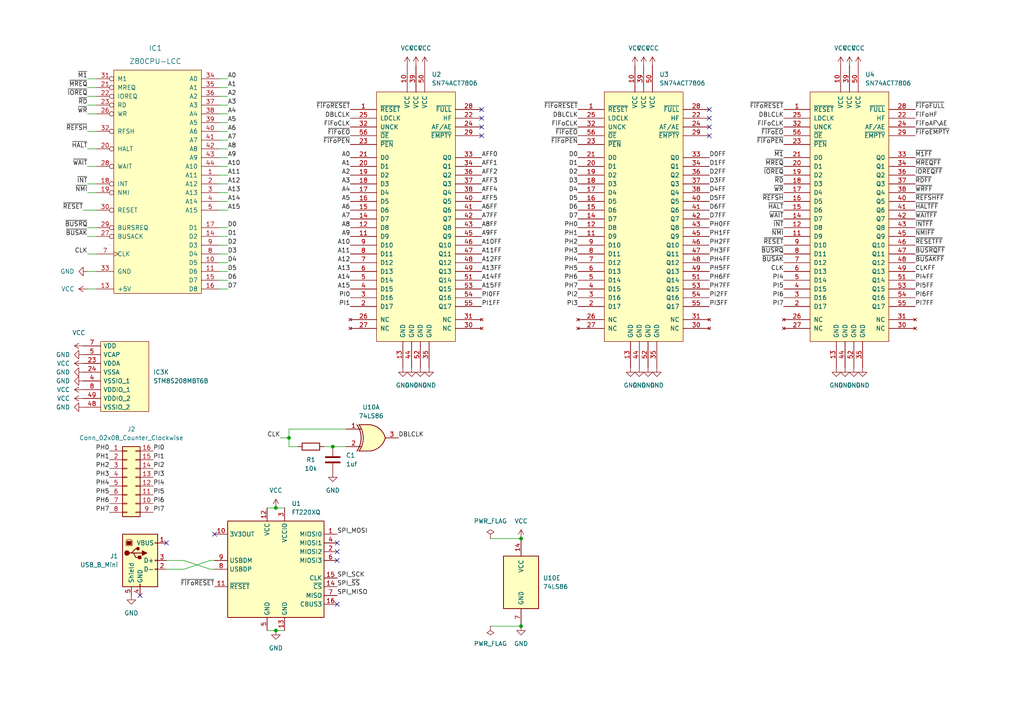
<source format=kicad_sch>
(kicad_sch (version 20211123) (generator eeschema)
  (paper "A4")
  (junction (at 83.82 127))
  (junction (at 96.52 129.54))
  (junction (at 80.01 147.32))
  (junction (at 151.13 181.61))
  (junction (at 151.13 156.21))
  (junction (at 80.01 182.88))
  (no_connect (at 205.74 39.37))
  (no_connect (at 97.79 175.26))
  (no_connect (at 205.74 31.75))
  (no_connect (at 97.79 162.56))
  (no_connect (at 128.27 -10.16))
  (no_connect (at 48.26 157.48))
  (no_connect (at 168.91 -10.16))
  (no_connect (at 320.04 111.76))
  (no_connect (at 97.79 157.48))
  (no_connect (at 168.91 -5.08))
  (no_connect (at 147.32 -5.08))
  (no_connect (at 184.15 -7.62))
  (no_connect (at 162.56 -7.62))
  (no_connect (at 139.7 36.83))
  (no_connect (at 205.74 34.29))
  (no_connect (at 62.23 154.94))
  (no_connect (at 205.74 36.83))
  (no_connect (at 147.32 -10.16))
  (no_connect (at 97.79 160.02))
  (no_connect (at 139.7 39.37))
  (no_connect (at 320.04 114.3))
  (no_connect (at 143.51 -7.62))
  (no_connect (at 139.7 31.75))
  (no_connect (at 40.64 172.72))
  (no_connect (at 139.7 34.29))
  (no_connect (at 128.27 -5.08))
  (wire (pts (xy 401.32 63.5) (xy 398.78 63.5)))
  (wire (pts (xy 27.94 53.34) (xy 25.4 53.34)))
  (wire (pts (xy 436.88 88.9) (xy 439.42 88.9)))
  (wire (pts (xy 436.88 55.88) (xy 439.42 55.88)))
  (wire (pts (xy 63.5 71.12) (xy 66.04 71.12)))
  (wire (pts (xy 436.88 66.04) (xy 439.42 66.04)))
  (wire (pts (xy 436.88 76.2) (xy 439.42 76.2)))
  (wire (pts (xy 53.34 162.56) (xy 48.26 162.56)))
  (wire (pts (xy 27.94 60.96) (xy 24.13 60.96)))
  (wire (pts (xy 63.5 60.96) (xy 66.04 60.96)))
  (wire (pts (xy 436.88 78.74) (xy 439.42 78.74)))
  (wire (pts (xy 80.01 182.88) (xy 82.55 182.88)))
  (wire (pts (xy 436.88 91.44) (xy 439.42 91.44)))
  (wire (pts (xy 63.5 38.1) (xy 66.04 38.1)))
  (wire (pts (xy 27.94 30.48) (xy 25.4 30.48)))
  (wire (pts (xy 82.55 147.32) (xy 80.01 147.32)))
  (wire (pts (xy 63.5 76.2) (xy 66.04 76.2)))
  (wire (pts (xy 436.88 48.26) (xy 439.42 48.26)))
  (wire (pts (xy 401.32 83.82) (xy 398.78 83.82)))
  (wire (pts (xy 401.32 38.1) (xy 398.78 38.1)))
  (wire (pts (xy 25.4 66.04) (xy 27.94 66.04)))
  (wire (pts (xy 63.5 66.04) (xy 66.04 66.04)))
  (wire (pts (xy 96.52 129.54) (xy 93.98 129.54)))
  (wire (pts (xy 436.88 40.64) (xy 439.42 40.64)))
  (wire (pts (xy 83.82 127) (xy 83.82 124.46)))
  (wire (pts (xy 83.82 127) (xy 81.28 127)))
  (wire (pts (xy 27.94 33.02) (xy 25.4 33.02)))
  (wire (pts (xy 63.5 83.82) (xy 66.04 83.82)))
  (wire (pts (xy 60.96 165.1) (xy 53.34 162.56)))
  (wire (pts (xy 436.88 68.58) (xy 439.42 68.58)))
  (wire (pts (xy 63.5 81.28) (xy 66.04 81.28)))
  (wire (pts (xy 63.5 58.42) (xy 66.04 58.42)))
  (wire (pts (xy 63.5 55.88) (xy 66.04 55.88)))
  (wire (pts (xy 401.32 43.18) (xy 398.78 43.18)))
  (wire (pts (xy 62.23 165.1) (xy 60.96 165.1)))
  (wire (pts (xy 401.32 53.34) (xy 398.78 53.34)))
  (wire (pts (xy 63.5 78.74) (xy 66.04 78.74)))
  (wire (pts (xy 436.88 38.1) (xy 439.42 38.1)))
  (wire (pts (xy 436.88 35.56) (xy 439.42 35.56)))
  (wire (pts (xy 25.4 78.74) (xy 27.94 78.74)))
  (wire (pts (xy 436.88 45.72) (xy 439.42 45.72)))
  (wire (pts (xy 63.5 45.72) (xy 66.04 45.72)))
  (wire (pts (xy 77.47 182.88) (xy 80.01 182.88)))
  (wire (pts (xy 398.78 48.26) (xy 401.32 48.26)))
  (wire (pts (xy 27.94 68.58) (xy 25.4 68.58)))
  (wire (pts (xy 151.13 181.61) (xy 142.24 181.61)))
  (wire (pts (xy 401.32 40.64) (xy 398.78 40.64)))
  (wire (pts (xy 436.88 81.28) (xy 439.42 81.28)))
  (wire (pts (xy 63.5 43.18) (xy 66.04 43.18)))
  (wire (pts (xy 63.5 73.66) (xy 66.04 73.66)))
  (wire (pts (xy 63.5 25.4) (xy 66.04 25.4)))
  (wire (pts (xy 436.88 83.82) (xy 439.42 83.82)))
  (wire (pts (xy 436.88 33.02) (xy 439.42 33.02)))
  (wire (pts (xy 398.78 76.2) (xy 401.32 76.2)))
  (wire (pts (xy 436.88 50.8) (xy 439.42 50.8)))
  (wire (pts (xy 401.32 71.12) (xy 398.78 71.12)))
  (wire (pts (xy 25.4 38.1) (xy 27.94 38.1)))
  (wire (pts (xy 401.32 58.42) (xy 398.78 58.42)))
  (wire (pts (xy 436.88 53.34) (xy 439.42 53.34)))
  (wire (pts (xy 401.32 35.56) (xy 398.78 35.56)))
  (wire (pts (xy 83.82 124.46) (xy 100.33 124.46)))
  (wire (pts (xy 401.32 66.04) (xy 398.78 66.04)))
  (wire (pts (xy 27.94 25.4) (xy 25.4 25.4)))
  (wire (pts (xy 63.5 40.64) (xy 66.04 40.64)))
  (wire (pts (xy 86.36 129.54) (xy 83.82 129.54)))
  (wire (pts (xy 27.94 22.86) (xy 25.4 22.86)))
  (wire (pts (xy 27.94 43.18) (xy 25.4 43.18)))
  (wire (pts (xy 63.5 68.58) (xy 66.04 68.58)))
  (wire (pts (xy 27.94 48.26) (xy 25.4 48.26)))
  (wire (pts (xy 63.5 35.56) (xy 66.04 35.56)))
  (wire (pts (xy 63.5 50.8) (xy 66.04 50.8)))
  (wire (pts (xy 436.88 60.96) (xy 439.42 60.96)))
  (wire (pts (xy 436.88 58.42) (xy 439.42 58.42)))
  (wire (pts (xy 100.33 129.54) (xy 96.52 129.54)))
  (wire (pts (xy 27.94 73.66) (xy 25.4 73.66)))
  (wire (pts (xy 401.32 33.02) (xy 398.78 33.02)))
  (wire (pts (xy 436.88 86.36) (xy 439.42 86.36)))
  (wire (pts (xy 63.5 22.86) (xy 66.04 22.86)))
  (wire (pts (xy 436.88 93.98) (xy 439.42 93.98)))
  (wire (pts (xy 80.01 147.32) (xy 77.47 147.32)))
  (wire (pts (xy 53.34 165.1) (xy 48.26 165.1)))
  (wire (pts (xy 63.5 27.94) (xy 66.04 27.94)))
  (wire (pts (xy 62.23 162.56) (xy 60.96 162.56)))
  (wire (pts (xy 63.5 53.34) (xy 66.04 53.34)))
  (wire (pts (xy 436.88 71.12) (xy 439.42 71.12)))
  (wire (pts (xy 83.82 129.54) (xy 83.82 127)))
  (wire (pts (xy 27.94 27.94) (xy 25.4 27.94)))
  (wire (pts (xy 63.5 33.02) (xy 66.04 33.02)))
  (wire (pts (xy 401.32 78.74) (xy 398.78 78.74)))
  (wire (pts (xy 151.13 156.21) (xy 142.24 156.21)))
  (wire (pts (xy 63.5 48.26) (xy 66.04 48.26)))
  (wire (pts (xy 27.94 55.88) (xy 25.4 55.88)))
  (wire (pts (xy 436.88 63.5) (xy 439.42 63.5)))
  (wire (pts (xy 63.5 30.48) (xy 66.04 30.48)))
  (wire (pts (xy 25.4 83.82) (xy 27.94 83.82)))
  (wire (pts (xy 53.34 165.1) (xy 60.96 162.56)))
  (wire (pts (xy 436.88 43.18) (xy 439.42 43.18)))
  (label "PH1FF" (at 320.04 170.18 180))
  (label "PI3FF" (at 320.04 201.93 180))
  (label "~{FiFoRESET}" (at 62.23 170.18 180))
  (label "A9" (at 101.6 68.58 180))
  (label "A12FF" (at 139.7 76.2 0))
  (label "A1" (at 101.6 48.26 180))
  (label "D3" (at 439.42 83.82 0))
  (label "~{M1}" (at 398.78 33.02 180))
  (label "~{IOREQFF}" (at 320.04 129.54 180))
  (label "SPI_MOSI" (at 97.79 154.94 0))
  (label "~{REFSHFF}" (at 265.43 58.42 0))
  (label "~{FiFoEO}" (at 320.04 50.8 180))
  (label "A14" (at 101.6 81.28 180))
  (label "CLK" (at 81.28 127 180))
  (label "PI2FF" (at 205.74 86.36 0))
  (label "A9" (at 439.42 55.88 0))
  (label "PH0" (at 167.64 66.04 180))
  (label "A3" (at 66.04 30.48 0))
  (label "D0" (at 439.42 76.2 0))
  (label "FiFoCLK" (at 167.64 36.83 180))
  (label "CLK" (at 398.78 83.82 180))
  (label "PH7FF" (at 320.04 185.42 180))
  (label "~{IOREQ}" (at 25.4 27.94 180))
  (label "A1" (at 439.42 35.56 0))
  (label "D4" (at 439.42 86.36 0))
  (label "D0FF" (at 320.04 69.85 180))
  (label "PI6FF" (at 320.04 209.55 180))
  (label "A3" (at 101.6 53.34 180))
  (label "PH6" (at 167.64 81.28 180))
  (label "PI1FF" (at 139.7 88.9 0))
  (label "DBLCLK" (at 227.33 34.29 180))
  (label "FiFoHF" (at 320.04 99.06 180))
  (label "~{INT}" (at 227.33 66.04 180))
  (label "A15" (at 101.6 83.82 180))
  (label "PH2FF" (at 320.04 172.72 180))
  (label "A14" (at 66.04 58.42 0))
  (label "PH6FF" (at 320.04 182.88 180))
  (label "~{INT}" (at 25.4 53.34 180))
  (label "D6" (at 66.04 81.28 0))
  (label "A7FF" (at 139.7 63.5 0))
  (label "~{RD}" (at 25.4 30.48 180))
  (label "PI4" (at 227.33 81.28 180))
  (label "DBLCLK" (at 115.57 127 0))
  (label "AFF1" (at 139.7 48.26 0))
  (label "~{NMI}" (at 398.78 66.04 180))
  (label "A2" (at 439.42 38.1 0))
  (label "D5" (at 439.42 88.9 0))
  (label "AFF5" (at 139.7 58.42 0))
  (label "D7" (at 167.64 63.5 180))
  (label "PI6FF" (at 265.43 86.36 0))
  (label "PI0FF" (at 139.7 86.36 0))
  (label "CLK" (at 25.4 73.66 180))
  (label "PI5FF" (at 320.04 207.01 180))
  (label "A3" (at 439.42 40.64 0))
  (label "A15" (at 439.42 71.12 0))
  (label "AFF4" (at 139.7 55.88 0))
  (label "A6" (at 101.6 60.96 180))
  (label "PH0FF" (at 205.74 66.04 0))
  (label "PI2" (at 44.45 135.89 0))
  (label "A0" (at 439.42 33.02 0))
  (label "~{WR}" (at 227.33 55.88 180))
  (label "PH7" (at 31.75 148.59 180))
  (label "~{NMIFF}" (at 320.04 151.13 180))
  (label "~{INTFF}" (at 320.04 148.59 180))
  (label "SPI_~{SS}" (at 97.79 170.18 0))
  (label "PI6" (at 44.45 146.05 0))
  (label "A13FF" (at 320.04 36.83 180))
  (label "A15FF" (at 320.04 45.72 180))
  (label "A4" (at 66.04 33.02 0))
  (label "~{HALTFF}" (at 320.04 143.51 180))
  (label "~{IOREQ}" (at 227.33 50.8 180))
  (label "CLKFF" (at 265.43 78.74 0))
  (label "A10" (at 66.04 48.26 0))
  (label "A10FF" (at 320.04 29.21 180))
  (label "A5" (at 101.6 58.42 180))
  (label "CLKFF" (at 320.04 161.29 180))
  (label "~{BUSRQFF}" (at 320.04 156.21 180))
  (label "~{HALT}" (at 398.78 53.34 180))
  (label "~{FiFoRESET}" (at 101.6 31.75 180))
  (label "AFF0" (at 139.7 45.72 0))
  (label "D3FF" (at 320.04 77.47 180))
  (label "~{MREQ}" (at 227.33 48.26 180))
  (label "~{M1FF}" (at 320.04 124.46 180))
  (label "~{BUSRQ}" (at 25.4 66.04 180))
  (label "~{MREQFF}" (at 265.43 48.26 0))
  (label "~{M1}" (at 227.33 45.72 180))
  (label "PH4" (at 167.64 76.2 180))
  (label "D7" (at 66.04 83.82 0))
  (label "~{HALT}" (at 227.33 60.96 180))
  (label "PH4FF" (at 205.74 76.2 0))
  (label "A7" (at 66.04 40.64 0))
  (label "~{BUSRQ}" (at 227.33 73.66 180))
  (label "~{REFSH}" (at 227.33 58.42 180))
  (label "~{FiFoEO}" (at 227.33 39.37 180))
  (label "FiFoCLK" (at 320.04 48.26 180))
  (label "D6FF" (at 205.74 60.96 0))
  (label "DBLCLK" (at 167.64 34.29 180))
  (label "SPI_SCK" (at 320.04 55.88 180))
  (label "A4" (at 439.42 43.18 0))
  (label "A1" (at 66.04 25.4 0))
  (label "A6FF" (at 320.04 19.05 180))
  (label "~{FiFoPEN}" (at 167.64 41.91 180))
  (label "~{WR}" (at 25.4 33.02 180))
  (label "~{MREQ}" (at 25.4 25.4 180))
  (label "A7" (at 101.6 63.5 180))
  (label "PI7FF" (at 320.04 212.09 180))
  (label "A4" (at 101.6 55.88 180))
  (label "D2FF" (at 205.74 50.8 0))
  (label "A8" (at 66.04 43.18 0))
  (label "A15" (at 66.04 60.96 0))
  (label "PI4" (at 44.45 140.97 0))
  (label "PI1" (at 44.45 133.35 0))
  (label "A11" (at 66.04 50.8 0))
  (label "PH1" (at 31.75 133.35 180))
  (label "~{BUSAK}" (at 227.33 76.2 180))
  (label "A0" (at 66.04 22.86 0))
  (label "~{WAIT}" (at 227.33 63.5 180))
  (label "~{INTFF}" (at 265.43 66.04 0))
  (label "A9FF" (at 320.04 26.67 180))
  (label "A8" (at 101.6 66.04 180))
  (label "PH4FF" (at 320.04 177.8 180))
  (label "A11FF" (at 139.7 73.66 0))
  (label "~{FiFoRESET}" (at 227.33 31.75 180))
  (label "~{RESET}" (at 398.78 71.12 180))
  (label "A5" (at 66.04 35.56 0))
  (label "D2" (at 66.04 71.12 0))
  (label "A10" (at 439.42 58.42 0))
  (label "~{REFSH}" (at 398.78 48.26 180))
  (label "D2FF" (at 320.04 74.93 180))
  (label "FiFoAF\\AE" (at 265.43 36.83 0))
  (label "PH3FF" (at 320.04 175.26 180))
  (label "PH6FF" (at 205.74 81.28 0))
  (label "PH5" (at 31.75 143.51 180))
  (label "FiFoCLK" (at 227.33 36.83 180))
  (label "AFF2" (at 139.7 50.8 0))
  (label "~{NMIFF}" (at 265.43 68.58 0))
  (label "PI4FF" (at 265.43 81.28 0))
  (label "D3" (at 66.04 73.66 0))
  (label "PI1" (at 101.6 88.9 180))
  (label "PI3" (at 167.64 88.9 180))
  (label "~{RESET}" (at 227.33 71.12 180))
  (label "A6FF" (at 139.7 60.96 0))
  (label "D1FF" (at 205.74 48.26 0))
  (label "~{INT}" (at 398.78 63.5 180))
  (label "A12" (at 101.6 76.2 180))
  (label "~{FiFoEO}" (at 101.6 39.37 180))
  (label "~{FiFoEMPTY}" (at 265.43 39.37 0))
  (label "SPI_MOSI" (at 320.04 58.42 180))
  (label "D2" (at 167.64 50.8 180))
  (label "D6FF" (at 320.04 85.09 180))
  (label "~{BUSRQ}" (at 398.78 76.2 180))
  (label "~{RESETFF}" (at 320.04 153.67 180))
  (label "D1" (at 66.04 68.58 0))
  (label "~{FiFoPEN}" (at 320.04 106.68 180))
  (label "~{IOREQ}" (at 398.78 38.1 180))
  (label "A8" (at 439.42 53.34 0))
  (label "~{RESET}" (at 24.13 60.96 180))
  (label "A2" (at 101.6 50.8 180))
  (label "SPI_SCK" (at 97.79 167.64 0))
  (label "D1" (at 439.42 78.74 0))
  (label "~{WAITFF}" (at 320.04 146.05 180))
  (label "PI6" (at 227.33 86.36 180))
  (label "A10FF" (at 139.7 71.12 0))
  (label "PI3FF" (at 205.74 88.9 0))
  (label "FiFoAF\\AE" (at 320.04 101.6 180))
  (label "PI7" (at 44.45 148.59 0))
  (label "PI5FF" (at 265.43 83.82 0))
  (label "~{WAIT}" (at 398.78 58.42 180))
  (label "~{FiFoPEN}" (at 101.6 41.91 180))
  (label "PH7" (at 167.64 83.82 180))
  (label "A12FF" (at 320.04 34.29 180))
  (label "~{WR}" (at 398.78 43.18 180))
  (label "A13FF" (at 139.7 78.74 0))
  (label "A14" (at 439.42 68.58 0))
  (label "PI4FF" (at 320.04 204.47 180))
  (label "D0FF" (at 205.74 45.72 0))
  (label "DBLCLK" (at 101.6 34.29 180))
  (label "PI1FF" (at 320.04 196.85 180))
  (label "PH3FF" (at 205.74 73.66 0))
  (label "A14FF" (at 139.7 81.28 0))
  (label "PH1FF" (at 205.74 68.58 0))
  (label "SPI_MISO" (at 320.04 60.96 180))
  (label "PH5FF" (at 320.04 180.34 180))
  (label "A14FF" (at 320.04 43.18 180))
  (label "PI2FF" (at 320.04 199.39 180))
  (label "AFF3" (at 139.7 53.34 0))
  (label "~{WRFF}" (at 265.43 55.88 0))
  (label "A11FF" (at 320.04 31.75 180))
  (label "PH3" (at 31.75 138.43 180))
  (label "D5FF" (at 205.74 58.42 0))
  (label "A11" (at 439.42 60.96 0))
  (label "~{FiFoEMPTY}" (at 320.04 104.14 180))
  (label "PI5" (at 44.45 143.51 0))
  (label "PI5" (at 227.33 83.82 180))
  (label "A13" (at 439.42 66.04 0))
  (label "~{BUSAK}" (at 25.4 68.58 180))
  (label "PI3" (at 44.45 138.43 0))
  (label "PH4" (at 31.75 140.97 180))
  (label "~{WAIT}" (at 25.4 48.26 180))
  (label "A9" (at 66.04 45.72 0))
  (label "PI7" (at 227.33 88.9 180))
  (label "~{RDFF}" (at 320.04 132.08 180))
  (label "~{MREQ}" (at 398.78 35.56 180))
  (label "A9FF" (at 139.7 68.58 0))
  (label "D7FF" (at 320.04 87.63 180))
  (label "D3FF" (at 205.74 53.34 0))
  (label "~{WRFF}" (at 320.04 134.62 180))
  (label "D6" (at 167.64 60.96 180))
  (label "PH2" (at 31.75 135.89 180))
  (label "A0" (at 101.6 45.72 180))
  (label "~{HALT}" (at 25.4 43.18 180))
  (label "PH2" (at 167.64 71.12 180))
  (label "PI2" (at 167.64 86.36 180))
  (label "~{RD}" (at 398.78 40.64 180))
  (label "~{IOREQFF}" (at 265.43 50.8 0))
  (label "D5" (at 66.04 78.74 0))
  (label "PI0" (at 101.6 86.36 180))
  (label "~{REFSH}" (at 25.4 38.1 180))
  (label "A5" (at 439.42 45.72 0))
  (label "~{RESETFF}" (at 265.43 71.12 0))
  (label "A6" (at 66.04 38.1 0))
  (label "AFF2" (at 320.04 5.08 180))
  (label "PI7FF" (at 265.43 88.9 0))
  (label "AFF4" (at 320.04 10.16 180))
  (label "D0" (at 66.04 66.04 0))
  (label "~{BUSAK}" (at 398.78 78.74 180))
  (label "CLK" (at 227.33 78.74 180))
  (label "D4FF" (at 320.04 80.01 180))
  (label "AFF0" (at 320.04 -1.27 180))
  (label "PH0" (at 31.75 130.81 180))
  (label "PI0FF" (at 320.04 194.31 180))
  (label "~{MREQFF}" (at 320.04 127 180))
  (label "~{M1}" (at 25.4 22.86 180))
  (label "PH6" (at 31.75 146.05 180))
  (label "~{FiFoFULL}" (at 265.43 31.75 0))
  (label "~{NMI}" (at 227.33 68.58 180))
  (label "~{HALTFF}" (at 265.43 60.96 0))
  (label "PH5FF" (at 205.74 78.74 0))
  (label "~{RD}" (at 227.33 53.34 180))
  (label "A8FF" (at 320.04 24.13 180))
  (label "~{FiFoRESET}" (at 320.04 53.34 180))
  (label "D3" (at 167.64 53.34 180))
  (label "AFF3" (at 320.04 7.62 180))
  (label "A8FF" (at 139.7 66.04 0))
  (label "A13" (at 101.6 78.74 180))
  (label "AFF5" (at 320.04 12.7 180))
  (label "~{FiFoEO}" (at 167.64 39.37 180))
  (label "SPI_~{SS}" (at 320.04 109.22 180))
  (label "FiFoHF" (at 265.43 34.29 0))
  (label "PH7FF" (at 205.74 83.82 0))
  (label "D0" (at 167.64 45.72 180))
  (label "D2" (at 439.42 81.28 0))
  (label "PH1" (at 167.64 68.58 180))
  (label "A2" (at 66.04 27.94 0))
  (label "D4" (at 167.64 55.88 180))
  (label "D4" (at 66.04 76.2 0))
  (label "~{RDFF}" (at 265.43 53.34 0))
  (label "PH5" (at 167.64 78.74 180))
  (label "D6" (at 439.42 91.44 0))
  (label "A11" (at 101.6 73.66 180))
  (label "D4FF" (at 205.74 55.88 0))
  (label "D5" (at 167.64 58.42 180))
  (label "~{REFSHFF}" (at 320.04 137.16 180))
  (label "A7FF" (at 320.04 21.59 180))
  (label "D1" (at 167.64 48.26 180))
  (label "A13" (at 66.04 55.88 0))
  (label "PH0FF" (at 320.04 167.64 180))
  (label "D7" (at 439.42 93.98 0))
  (label "~{BUSAKFF}" (at 265.43 76.2 0))
  (label "~{FiFoFULL}" (at 320.04 96.52 180))
  (label "A15FF" (at 139.7 83.82 0))
  (label "~{WAITFF}" (at 265.43 63.5 0))
  (label "~{FiFoPEN}" (at 227.33 41.91 180))
  (label "D1FF" (at 320.04 72.39 180))
  (label "PH3" (at 167.64 73.66 180))
  (label "D7FF" (at 205.74 63.5 0))
  (label "A7" (at 439.42 50.8 0))
  (label "AFF1" (at 320.04 2.54 180))
  (label "~{M1FF}" (at 265.43 45.72 0))
  (label "~{BUSRQFF}" (at 265.43 73.66 0))
  (label "A10" (at 101.6 71.12 180))
  (label "A12" (at 439.42 63.5 0))
  (label "~{BUSAKFF}" (at 320.04 158.75 180))
  (label "A6" (at 439.42 48.26 0))
  (label "SPI_MISO" (at 97.79 172.72 0))
  (label "PH2FF" (at 205.74 71.12 0))
  (label "FiFoCLK" (at 101.6 36.83 180))
  (label "A12" (at 66.04 53.34 0))
  (label "PI0" (at 44.45 130.81 0))
  (label "~{FiFoRESET}" (at 167.64 31.75 180))
  (label "~{NMI}" (at 25.4 55.88 180))
  (label "D5FF" (at 320.04 82.55 180))
  (symbol (lib_id "Mechanical:MountingHole") (at -68.58 77.47 0) (unit 1)
    (property "Reference" "HTL1" (at -68.58 69.85 0))
    (property "Value" "MountingHole" (at -68.58 72.39 0))
    (property "Footprint" "MountingHole:MountingHole_2.5mm" (effects hide))
  )
  (symbol (lib_id "Mechanical:MountingHole") (at -47.625 77.47 0) (unit 1)
    (property "Reference" "HTR1" (at -47.625 69.85 0))
    (property "Value" "MountingHole" (at -47.625 72.39 0))
    (property "Footprint" "MountingHole:MountingHole_2.5mm" (effects hide))
  )
  (symbol (lib_id "Mechanical:MountingHole") (at -68.58 81.915 0) (unit 1)
    (property "Reference" "HBL1" (at -66.04 80.6449 0) (effects (justify left)))
    (property "Value" "MountingHole" (at -66.04 83.1849 0) (effects (justify left)))
    (property "Footprint" "MountingHole:MountingHole_2.5mm" (effects hide))
  )
  (symbol (lib_id "Mechanical:MountingHole") (at -47.625 81.915 0) (unit 1)
    (property "Reference" "HBR1" (at -43.18 80.6449 0) (effects (justify left)))
    (property "Value" "MountingHole" (at -43.18 83.1849 0) (effects (justify left)))
    (property "Footprint" "MountingHole:MountingHole_2.5mm" (effects hide))
  )
  (symbol (lib_id "Zilog_Z80:Z80CPU-LCC-PASSIVE") (at 33.02 20.32 0) (unit 1)
    (property "Reference" "IC1" (at 45.085 13.97 0) (effects (font (size 1.4986 1.4986))))
    (property "Value" "Z80CPU-LCC" (at 45.085 17.78 0) (effects (font (size 1.4986 1.4986))))
    (property "Footprint" "Winslow:Winslow-W9303" (effects hide))
    (property "Datasheet" "https://www.winslowadaptics.com/app/uploads/2019/03/PLCC-plugs-I5.pdf" (effects hide))
    (property "Manufacturer_Name" "Winslow" (effects hide))
    (property "Manufacturer_Part_Number" "W9303" (effects hide))
  )
  (symbol (lib_id "Zilog_Z80:Z80CPU-LCC") (at 406.4 30.48 0) (unit 1)
    (property "Reference" "IC2" (at 418.465 24.13 0) (effects (font (size 1.4986 1.4986))))
    (property "Value" "Z80CPU-LCC" (at 418.465 27.94 0) (effects (font (size 1.4986 1.4986))))
    (property "Footprint" "Package_LCC:PLCC-44_THT-Socket" (effects hide))
    (property "Datasheet" "https://www.mouser.co.uk/datasheet/2/450/ps0178-19386.pdf" (effects hide))
  )
  (symbol (lib_id "SN74ACT806:SN74ACT7806") (at 109.22 26.67 0) (unit 1)
    (property "Reference" "U2" (at 125.2094 21.59 0) (effects (justify left)))
    (property "Value" "SN74ACT7806" (at 125.2094 24.13 0) (effects (justify left)))
    (property "Footprint" "Package_SO:SSOP-56_7.5x18.5mm_P0.635mm" (effects hide))
  )
  (symbol (lib_id "stm8s208mbt6b:STM8S208MBT6B") (at 325.12 17.78 0) (unit 2)
    (property "Reference" "IC3" (at 349.25 26.6699 0) (effects (justify left)))
    (property "Value" "STM8S208MBT6B" (at 349.25 29.2099 0) (effects (justify left)))
    (property "Footprint" "Package_QFP:LQFP-80_14x14mm_P0.65mm" (effects hide))
    (property "Datasheet" "http://www.st.com/web/en/resource/technical/document/datasheet/CD00197787.pdf" (effects hide))
    (property "Height" "1.6" (effects hide))
    (property "Manufacturer_Name" "STMicroelectronics" (effects hide))
    (property "Manufacturer_Part_Number" "STM8S208MBT6B" (effects hide))
    (property "Arrow Part Number" "STM8S208MBT6B" (effects hide))
    (property "Arrow Price/Stock" "https://www.arrow.com/en/products/stm8s208mbt6b/stmicroelectronics" (effects hide))
    (property "Mouser Part Number" "511-STM8S208MBT6B" (effects hide))
    (property "Mouser Price/Stock" "https://www.mouser.co.uk/ProductDetail/STMicroelectronics/STM8S208MBT6B?qs=x3YFcZlYsHwOtDNzAIT42Q%3D%3D" (effects hide))
  )
  (symbol (lib_id "stm8s208mbt6b:STM8S208MBT6B") (at 325.12 41.91 0) (unit 3)
    (property "Reference" "IC3" (at 349.25 50.7999 0) (effects (justify left)))
    (property "Value" "STM8S208MBT6B" (at 349.25 53.3399 0) (effects (justify left)))
    (property "Footprint" "Package_QFP:LQFP-80_14x14mm_P0.65mm" (effects hide))
    (property "Datasheet" "http://www.st.com/web/en/resource/technical/document/datasheet/CD00197787.pdf" (effects hide))
    (property "Height" "1.6" (effects hide))
    (property "Manufacturer_Name" "STMicroelectronics" (effects hide))
    (property "Manufacturer_Part_Number" "STM8S208MBT6B" (effects hide))
    (property "Arrow Part Number" "STM8S208MBT6B" (effects hide))
    (property "Arrow Price/Stock" "https://www.arrow.com/en/products/stm8s208mbt6b/stmicroelectronics" (effects hide))
    (property "Mouser Part Number" "511-STM8S208MBT6B" (effects hide))
    (property "Mouser Price/Stock" "https://www.mouser.co.uk/ProductDetail/STMicroelectronics/STM8S208MBT6B?qs=x3YFcZlYsHwOtDNzAIT42Q%3D%3D" (effects hide))
  )
  (symbol (lib_id "stm8s208mbt6b:STM8S208MBT6B") (at 325.12 68.58 0) (unit 4)
    (property "Reference" "IC3" (at 347.98 77.4699 0) (effects (justify left)))
    (property "Value" "STM8S208MBT6B" (at 347.98 80.0099 0) (effects (justify left)))
    (property "Footprint" "Package_QFP:LQFP-80_14x14mm_P0.65mm" (effects hide))
    (property "Datasheet" "http://www.st.com/web/en/resource/technical/document/datasheet/CD00197787.pdf" (effects hide))
    (property "Height" "1.6" (effects hide))
    (property "Manufacturer_Name" "STMicroelectronics" (effects hide))
    (property "Manufacturer_Part_Number" "STM8S208MBT6B" (effects hide))
    (property "Arrow Part Number" "STM8S208MBT6B" (effects hide))
    (property "Arrow Price/Stock" "https://www.arrow.com/en/products/stm8s208mbt6b/stmicroelectronics" (effects hide))
    (property "Mouser Part Number" "511-STM8S208MBT6B" (effects hide))
    (property "Mouser Price/Stock" "https://www.mouser.co.uk/ProductDetail/STMicroelectronics/STM8S208MBT6B?qs=x3YFcZlYsHwOtDNzAIT42Q%3D%3D" (effects hide))
  )
  (symbol (lib_id "SN74ACT806:SN74ACT7806") (at 175.26 26.67 0) (unit 1)
    (property "Reference" "U3" (at 191.2494 21.59 0) (effects (justify left)))
    (property "Value" "SN74ACT7806" (at 191.2494 24.13 0) (effects (justify left)))
    (property "Footprint" "Package_SO:SSOP-56_7.5x18.5mm_P0.635mm" (effects hide))
  )
  (symbol (lib_id "power:VCC") (at 184.15 19.05 0) (unit 1)
    (property "Reference" "#PWR0126" (effects hide))
    (property "Value" "VCC" (at 184.15 13.97 0))
  )
  (symbol (lib_id "power:VCC") (at 186.69 19.05 0) (unit 1)
    (property "Reference" "#PWR0127" (effects hide))
    (property "Value" "VCC" (at 186.69 13.97 0))
  )
  (symbol (lib_id "power:VCC") (at 189.23 19.05 0) (unit 1)
    (property "Reference" "#PWR0128" (effects hide))
    (property "Value" "VCC" (at 189.23 13.97 0))
  )
  (symbol (lib_id "power:GND") (at 182.88 106.68 0) (unit 1)
    (property "Reference" "#PWR0129" (effects hide))
    (property "Value" "GND" (at 182.88 111.76 0))
  )
  (symbol (lib_id "power:GND") (at 185.42 106.68 0) (unit 1)
    (property "Reference" "#PWR0130" (effects hide))
    (property "Value" "GND" (at 185.42 111.76 0))
  )
  (symbol (lib_id "power:GND") (at 187.96 106.68 0) (unit 1)
    (property "Reference" "#PWR0131" (effects hide))
    (property "Value" "GND" (at 187.96 111.76 0))
  )
  (symbol (lib_id "power:GND") (at 190.5 106.68 0) (unit 1)
    (property "Reference" "#PWR0132" (effects hide))
    (property "Value" "GND" (at 190.5 111.76 0))
  )
  (symbol (lib_id "stm8s208mbt6b:STM8S208MBT6B") (at 325.12 123.19 0) (unit 6)
    (property "Reference" "IC3" (at 345.44 129.5399 0) (effects (justify left)))
    (property "Value" "STM8S208MBT6B" (at 345.44 132.0799 0) (effects (justify left)))
    (property "Footprint" "Package_QFP:LQFP-80_14x14mm_P0.65mm" (effects hide))
    (property "Datasheet" "http://www.st.com/web/en/resource/technical/document/datasheet/CD00197787.pdf" (effects hide))
    (property "Height" "1.6" (effects hide))
    (property "Manufacturer_Name" "STMicroelectronics" (effects hide))
    (property "Manufacturer_Part_Number" "STM8S208MBT6B" (effects hide))
    (property "Arrow Part Number" "STM8S208MBT6B" (effects hide))
    (property "Arrow Price/Stock" "https://www.arrow.com/en/products/stm8s208mbt6b/stmicroelectronics" (effects hide))
    (property "Mouser Part Number" "511-STM8S208MBT6B" (effects hide))
    (property "Mouser Price/Stock" "https://www.mouser.co.uk/ProductDetail/STMicroelectronics/STM8S208MBT6B?qs=x3YFcZlYsHwOtDNzAIT42Q%3D%3D" (effects hide))
  )
  (symbol (lib_id "stm8s208mbt6b:STM8S208MBT6B") (at 325.12 142.24 0) (unit 7)
    (property "Reference" "IC3" (at 345.44 151.1299 0) (effects (justify left)))
    (property "Value" "STM8S208MBT6B" (at 345.44 153.6699 0) (effects (justify left)))
    (property "Footprint" "Package_QFP:LQFP-80_14x14mm_P0.65mm" (effects hide))
    (property "Datasheet" "http://www.st.com/web/en/resource/technical/document/datasheet/CD00197787.pdf" (effects hide))
    (property "Height" "1.6" (effects hide))
    (property "Manufacturer_Name" "STMicroelectronics" (effects hide))
    (property "Manufacturer_Part_Number" "STM8S208MBT6B" (effects hide))
    (property "Arrow Part Number" "STM8S208MBT6B" (effects hide))
    (property "Arrow Price/Stock" "https://www.arrow.com/en/products/stm8s208mbt6b/stmicroelectronics" (effects hide))
    (property "Mouser Part Number" "511-STM8S208MBT6B" (effects hide))
    (property "Mouser Price/Stock" "https://www.mouser.co.uk/ProductDetail/STMicroelectronics/STM8S208MBT6B?qs=x3YFcZlYsHwOtDNzAIT42Q%3D%3D" (effects hide))
  )
  (symbol (lib_id "stm8s208mbt6b:STM8S208MBT6B") (at 325.12 166.37 0) (unit 8)
    (property "Reference" "IC3" (at 345.44 175.2599 0) (effects (justify left)))
    (property "Value" "STM8S208MBT6B" (at 345.44 177.7999 0) (effects (justify left)))
    (property "Footprint" "Package_QFP:LQFP-80_14x14mm_P0.65mm" (effects hide))
    (property "Datasheet" "http://www.st.com/web/en/resource/technical/document/datasheet/CD00197787.pdf" (effects hide))
    (property "Height" "1.6" (effects hide))
    (property "Manufacturer_Name" "STMicroelectronics" (effects hide))
    (property "Manufacturer_Part_Number" "STM8S208MBT6B" (effects hide))
    (property "Arrow Part Number" "STM8S208MBT6B" (effects hide))
    (property "Arrow Price/Stock" "https://www.arrow.com/en/products/stm8s208mbt6b/stmicroelectronics" (effects hide))
    (property "Mouser Part Number" "511-STM8S208MBT6B" (effects hide))
    (property "Mouser Price/Stock" "https://www.mouser.co.uk/ProductDetail/STMicroelectronics/STM8S208MBT6B?qs=x3YFcZlYsHwOtDNzAIT42Q%3D%3D" (effects hide))
  )
  (symbol (lib_id "stm8s208mbt6b:STM8S208MBT6B") (at 325.12 193.04 0) (unit 9)
    (property "Reference" "IC3" (at 345.44 201.9299 0) (effects (justify left)))
    (property "Value" "STM8S208MBT6B" (at 345.44 204.4699 0) (effects (justify left)))
    (property "Footprint" "Package_QFP:LQFP-80_14x14mm_P0.65mm" (effects hide))
    (property "Datasheet" "http://www.st.com/web/en/resource/technical/document/datasheet/CD00197787.pdf" (effects hide))
    (property "Height" "1.6" (effects hide))
    (property "Manufacturer_Name" "STMicroelectronics" (effects hide))
    (property "Manufacturer_Part_Number" "STM8S208MBT6B" (effects hide))
    (property "Arrow Part Number" "STM8S208MBT6B" (effects hide))
    (property "Arrow Price/Stock" "https://www.arrow.com/en/products/stm8s208mbt6b/stmicroelectronics" (effects hide))
    (property "Mouser Part Number" "511-STM8S208MBT6B" (effects hide))
    (property "Mouser Price/Stock" "https://www.mouser.co.uk/ProductDetail/STMicroelectronics/STM8S208MBT6B?qs=x3YFcZlYsHwOtDNzAIT42Q%3D%3D" (effects hide))
  )
  (symbol (lib_id "74xx:74LS86") (at 107.95 127 0) (unit 1)
    (property "Reference" "U10" (at 107.6452 118.11 0))
    (property "Value" "74LS86" (at 107.6452 120.65 0))
    (property "Footprint" "Package_DIP:DIP-14_W7.62mm" (effects hide))
    (property "Datasheet" "74xx/74ls86.pdf" (effects hide))
  )
  (symbol (lib_id "stm8s208mbt6b:STM8S208MBT6B") (at 325.12 219.71 0) (unit 10)
    (property "Reference" "IC3" (at 345.44 223.5199 0) (effects (justify left)))
    (property "Value" "STM8S208MBT6B" (at 345.44 226.0599 0) (effects (justify left)))
    (property "Footprint" "Package_QFP:LQFP-80_14x14mm_P0.65mm" (effects hide))
    (property "Datasheet" "http://www.st.com/web/en/resource/technical/document/datasheet/CD00197787.pdf" (effects hide))
    (property "Height" "1.6" (effects hide))
    (property "Manufacturer_Name" "STMicroelectronics" (effects hide))
    (property "Manufacturer_Part_Number" "STM8S208MBT6B" (effects hide))
    (property "Arrow Part Number" "STM8S208MBT6B" (effects hide))
    (property "Arrow Price/Stock" "https://www.arrow.com/en/products/stm8s208mbt6b/stmicroelectronics" (effects hide))
    (property "Mouser Part Number" "511-STM8S208MBT6B" (effects hide))
    (property "Mouser Price/Stock" "https://www.mouser.co.uk/ProductDetail/STMicroelectronics/STM8S208MBT6B?qs=x3YFcZlYsHwOtDNzAIT42Q%3D%3D" (effects hide))
  )
  (symbol (lib_id "stm8s208mbt6b:STM8S208MBT6B") (at 325.12 95.25 0) (unit 5)
    (property "Reference" "IC3" (at 344.17 104.1399 0) (effects (justify left)))
    (property "Value" "STM8S208MBT6B" (at 344.17 106.6799 0) (effects (justify left)))
    (property "Footprint" "Package_QFP:LQFP-80_14x14mm_P0.65mm" (effects hide))
    (property "Datasheet" "http://www.st.com/web/en/resource/technical/document/datasheet/CD00197787.pdf" (effects hide))
    (property "Height" "1.6" (effects hide))
    (property "Manufacturer_Name" "STMicroelectronics" (effects hide))
    (property "Manufacturer_Part_Number" "STM8S208MBT6B" (effects hide))
    (property "Arrow Part Number" "STM8S208MBT6B" (effects hide))
    (property "Arrow Price/Stock" "https://www.arrow.com/en/products/stm8s208mbt6b/stmicroelectronics" (effects hide))
    (property "Mouser Part Number" "511-STM8S208MBT6B" (effects hide))
    (property "Mouser Price/Stock" "https://www.mouser.co.uk/ProductDetail/STMicroelectronics/STM8S208MBT6B?qs=x3YFcZlYsHwOtDNzAIT42Q%3D%3D" (effects hide))
  )
  (symbol (lib_id "Device:R") (at 90.17 129.54 270) (unit 1)
    (property "Reference" "R1" (at 90.17 133.35 90))
    (property "Value" "10k" (at 90.17 135.89 90))
    (property "Footprint" "Resistor_THT:R_Axial_DIN0204_L3.6mm_D1.6mm_P2.54mm_Vertical" (effects hide))
  )
  (symbol (lib_id "Device:C") (at 96.52 133.35 0) (unit 1)
    (property "Reference" "C1" (at 100.33 132.0799 0) (effects (justify left)))
    (property "Value" "1uf" (at 100.33 134.6199 0) (effects (justify left)))
    (property "Footprint" "Capacitor_THT:C_Disc_D3.0mm_W2.0mm_P2.50mm" (effects hide))
  )
  (symbol (lib_id "power:GND") (at 96.52 137.16 0) (unit 1)
    (property "Reference" "#PWR0101" (effects hide))
    (property "Value" "GND" (at 96.52 142.24 0))
  )
  (symbol (lib_id "74xx:74LS86") (at 135.89 -7.62 0) (unit 2)
    (property "Reference" "U10" (at 135.5852 -15.24 0))
    (property "Value" "74LS86" (at 135.5852 -12.7 0))
    (property "Footprint" "Package_DIP:DIP-14_W7.62mm" (effects hide))
    (property "Datasheet" "74xx/74ls86.pdf" (effects hide))
  )
  (symbol (lib_id "74xx:74LS86") (at 154.94 -7.62 0) (unit 3)
    (property "Reference" "U10" (at 154.6352 -15.24 0))
    (property "Value" "74LS86" (at 154.6352 -12.7 0))
    (property "Footprint" "Package_DIP:DIP-14_W7.62mm" (effects hide))
    (property "Datasheet" "74xx/74ls86.pdf" (effects hide))
  )
  (symbol (lib_id "74xx:74LS86") (at 176.53 -7.62 0) (unit 4)
    (property "Reference" "U10" (at 176.2252 -15.24 0))
    (property "Value" "74LS86" (at 176.2252 -12.7 0))
    (property "Footprint" "Package_DIP:DIP-14_W7.62mm" (effects hide))
    (property "Datasheet" "74xx/74ls86.pdf" (effects hide))
  )
  (symbol (lib_id "74xx:74LS86") (at 151.13 168.91 0) (unit 5)
    (property "Reference" "U10" (at 157.48 167.6399 0) (effects (justify left)))
    (property "Value" "74LS86" (at 157.48 170.1799 0) (effects (justify left)))
    (property "Footprint" "Package_DIP:DIP-14_W7.62mm" (effects hide))
    (property "Datasheet" "74xx/74ls86.pdf" (effects hide))
  )
  (symbol (lib_id "stm8s208mbt6b:STM8S208MBT6B") (at 29.21 99.06 0) (unit 11)
    (property "Reference" "IC3" (at 44.45 107.9499 0) (effects (justify left)))
    (property "Value" "STM8S208MBT6B" (at 44.45 110.4899 0) (effects (justify left)))
    (property "Footprint" "Package_QFP:LQFP-80_14x14mm_P0.65mm" (effects hide))
    (property "Datasheet" "http://www.st.com/web/en/resource/technical/document/datasheet/CD00197787.pdf" (effects hide))
    (property "Height" "1.6" (effects hide))
    (property "Manufacturer_Name" "STMicroelectronics" (effects hide))
    (property "Manufacturer_Part_Number" "STM8S208MBT6B" (effects hide))
    (property "Arrow Part Number" "STM8S208MBT6B" (effects hide))
    (property "Arrow Price/Stock" "https://www.arrow.com/en/products/stm8s208mbt6b/stmicroelectronics" (effects hide))
    (property "Mouser Part Number" "511-STM8S208MBT6B" (effects hide))
    (property "Mouser Price/Stock" "https://www.mouser.co.uk/ProductDetail/STMicroelectronics/STM8S208MBT6B?qs=x3YFcZlYsHwOtDNzAIT42Q%3D%3D" (effects hide))
  )
  (symbol (lib_id "power:GND") (at 151.13 181.61 0) (unit 1)
    (property "Reference" "#PWR0102" (effects hide))
    (property "Value" "GND" (at 151.13 186.69 0))
  )
  (symbol (lib_id "power:GND") (at 25.4 78.74 270) (unit 1)
    (property "Reference" "#PWR0103" (effects hide))
    (property "Value" "GND" (at 21.59 78.7399 90) (effects (justify right)))
  )
  (symbol (lib_id "power:VCC") (at 25.4 83.82 90) (unit 1)
    (property "Reference" "#PWR0104" (effects hide))
    (property "Value" "VCC" (at 21.59 83.8199 90) (effects (justify left)))
  )
  (symbol (lib_id "stm8s208mbt6b:STM8S208MBT6B") (at 325.12 -1.27 0) (unit 1)
    (property "Reference" "IC3" (at 345.44 5.0799 0) (effects (justify left)))
    (property "Value" "STM8S208MBT6B" (at 345.44 7.6199 0) (effects (justify left)))
    (property "Footprint" "Package_QFP:LQFP-80_14x14mm_P0.65mm" (effects hide))
    (property "Datasheet" "http://www.st.com/web/en/resource/technical/document/datasheet/CD00197787.pdf" (effects hide))
    (property "Height" "1.6" (effects hide))
    (property "Manufacturer_Name" "STMicroelectronics" (effects hide))
    (property "Manufacturer_Part_Number" "STM8S208MBT6B" (effects hide))
    (property "Arrow Part Number" "STM8S208MBT6B" (effects hide))
    (property "Arrow Price/Stock" "https://www.arrow.com/en/products/stm8s208mbt6b/stmicroelectronics" (effects hide))
    (property "Mouser Part Number" "511-STM8S208MBT6B" (effects hide))
    (property "Mouser Price/Stock" "https://www.mouser.co.uk/ProductDetail/STMicroelectronics/STM8S208MBT6B?qs=x3YFcZlYsHwOtDNzAIT42Q%3D%3D" (effects hide))
  )
  (symbol (lib_id "power:VCC") (at 24.13 100.33 90) (unit 1)
    (property "Reference" "#PWR0105" (effects hide))
    (property "Value" "VCC" (at 22.86 96.52 90))
  )
  (symbol (lib_id "power:VCC") (at 24.13 105.41 90) (unit 1)
    (property "Reference" "#PWR0106" (effects hide))
    (property "Value" "VCC" (at 20.32 105.4099 90) (effects (justify left)))
  )
  (symbol (lib_id "power:VCC") (at 24.13 115.57 90) (unit 1)
    (property "Reference" "#PWR0107" (effects hide))
    (property "Value" "VCC" (at 20.32 115.5699 90) (effects (justify left)))
  )
  (symbol (lib_id "power:VCC") (at 24.13 113.03 90) (unit 1)
    (property "Reference" "#PWR0108" (effects hide))
    (property "Value" "VCC" (at 20.32 113.0299 90) (effects (justify left)))
  )
  (symbol (lib_id "SN74ACT806:SN74ACT7806") (at 234.95 26.67 0) (unit 1)
    (property "Reference" "U4" (at 250.9394 21.59 0) (effects (justify left)))
    (property "Value" "SN74ACT7806" (at 250.9394 24.13 0) (effects (justify left)))
    (property "Footprint" "Package_SO:SSOP-56_7.5x18.5mm_P0.635mm" (effects hide))
  )
  (symbol (lib_id "power:VCC") (at 243.84 19.05 0) (unit 1)
    (property "Reference" "#PWR0133" (effects hide))
    (property "Value" "VCC" (at 243.84 13.97 0))
  )
  (symbol (lib_id "power:VCC") (at 246.38 19.05 0) (unit 1)
    (property "Reference" "#PWR0134" (effects hide))
    (property "Value" "VCC" (at 246.38 13.97 0))
  )
  (symbol (lib_id "power:VCC") (at 248.92 19.05 0) (unit 1)
    (property "Reference" "#PWR0135" (effects hide))
    (property "Value" "VCC" (at 248.92 13.97 0))
  )
  (symbol (lib_id "power:GND") (at 242.57 106.68 0) (unit 1)
    (property "Reference" "#PWR0136" (effects hide))
    (property "Value" "GND" (at 242.57 111.76 0))
  )
  (symbol (lib_id "power:GND") (at 245.11 106.68 0) (unit 1)
    (property "Reference" "#PWR0137" (effects hide))
    (property "Value" "GND" (at 245.11 111.76 0))
  )
  (symbol (lib_id "power:GND") (at 247.65 106.68 0) (unit 1)
    (property "Reference" "#PWR0138" (effects hide))
    (property "Value" "GND" (at 247.65 111.76 0))
  )
  (symbol (lib_id "power:GND") (at 250.19 106.68 0) (unit 1)
    (property "Reference" "#PWR0139" (effects hide))
    (property "Value" "GND" (at 250.19 111.76 0))
  )
  (symbol (lib_id "power:GND") (at 24.13 102.87 270) (unit 1)
    (property "Reference" "#PWR0109" (effects hide))
    (property "Value" "GND" (at 20.32 102.8699 90) (effects (justify right)))
  )
  (symbol (lib_id "power:GND") (at 24.13 107.95 270) (unit 1)
    (property "Reference" "#PWR0110" (effects hide))
    (property "Value" "GND" (at 20.32 107.9499 90) (effects (justify right)))
  )
  (symbol (lib_id "power:GND") (at 24.13 110.49 270) (unit 1)
    (property "Reference" "#PWR0111" (effects hide))
    (property "Value" "GND" (at 20.32 110.4899 90) (effects (justify right)))
  )
  (symbol (lib_id "power:GND") (at 24.13 118.11 270) (unit 1)
    (property "Reference" "#PWR0112" (effects hide))
    (property "Value" "GND" (at 20.32 118.1099 90) (effects (justify right)))
  )
  (symbol (lib_id "power:GND") (at 401.32 88.9 270) (unit 1)
    (property "Reference" "#PWR0113" (effects hide))
    (property "Value" "GND" (at 397.51 88.8999 90) (effects (justify right)))
  )
  (symbol (lib_id "power:VCC") (at 401.32 93.98 90) (unit 1)
    (property "Reference" "#PWR0114" (effects hide))
    (property "Value" "VCC" (at 397.51 93.9799 90) (effects (justify left)))
  )
  (symbol (lib_id "power:GND") (at 38.1 172.72 0) (unit 1)
    (property "Reference" "#PWR0117" (effects hide))
    (property "Value" "GND" (at 38.1 177.8 0))
  )
  (symbol (lib_id "power:VCC") (at 151.13 156.21 0) (unit 1)
    (property "Reference" "#PWR0116" (effects hide))
    (property "Value" "VCC" (at 151.13 151.13 0))
  )
  (symbol (lib_id "power:GND") (at 320.04 228.6 270) (unit 1)
    (property "Reference" "#PWR0142" (effects hide))
    (property "Value" "GND" (at 316.23 228.5999 90) (effects (justify right)))
  )
  (symbol (lib_id "power:VCC") (at 320.04 226.06 90) (unit 1)
    (property "Reference" "#PWR0143" (effects hide))
    (property "Value" "VCC" (at 316.23 226.0599 90) (effects (justify left)))
  )
  (symbol (lib_id "power:GND") (at 80.01 182.88 0) (unit 1)
    (property "Reference" "#PWR0118" (effects hide))
    (property "Value" "GND" (at 80.01 187.96 0))
  )
  (symbol (lib_id "power:VCC") (at 118.11 19.05 0) (unit 1)
    (property "Reference" "#PWR0119" (effects hide))
    (property "Value" "VCC" (at 118.11 13.97 0))
  )
  (symbol (lib_id "power:VCC") (at 120.65 19.05 0) (unit 1)
    (property "Reference" "#PWR0120" (effects hide))
    (property "Value" "VCC" (at 120.65 13.97 0))
  )
  (symbol (lib_id "power:VCC") (at 123.19 19.05 0) (unit 1)
    (property "Reference" "#PWR0121" (effects hide))
    (property "Value" "VCC" (at 123.19 13.97 0))
  )
  (symbol (lib_id "power:GND") (at 116.84 106.68 0) (unit 1)
    (property "Reference" "#PWR0122" (effects hide))
    (property "Value" "GND" (at 116.84 111.76 0))
  )
  (symbol (lib_id "power:GND") (at 119.38 106.68 0) (unit 1)
    (property "Reference" "#PWR0123" (effects hide))
    (property "Value" "GND" (at 119.38 111.76 0))
  )
  (symbol (lib_id "power:GND") (at 121.92 106.68 0) (unit 1)
    (property "Reference" "#PWR0124" (effects hide))
    (property "Value" "GND" (at 121.92 111.76 0))
  )
  (symbol (lib_id "power:GND") (at 124.46 106.68 0) (unit 1)
    (property "Reference" "#PWR0125" (effects hide))
    (property "Value" "GND" (at 124.46 111.76 0))
  )
  (symbol (lib_id "Interface_USB:FT220XS") (at 80.01 165.1 0) (unit 1)
    (property "Reference" "U1" (at 84.5694 146.05 0) (effects (justify left)))
    (property "Value" "FT220XQ" (at 84.5694 148.59 0) (effects (justify left)))
    (property "Footprint" "Package_SO:SSOP-16_3.9x4.9mm_P0.635mm" (effects hide))
    (property "Datasheet" "https://www.ftdichip.com/Support/Documents/DataSheets/ICs/DS_FT220X.pdf" (effects hide))
  )
  (symbol (lib_id "Connector:USB_B") (at 40.64 162.56 0) (unit 1)
    (property "Reference" "J1" (at 34.29 161.2899 0) (effects (justify right)))
    (property "Value" "USB_B_Mini" (at 34.29 163.8299 0) (effects (justify right)))
    (property "Footprint" "Connector_USB:USB_B_Lumberg_2411_02_Horizontal" (effects hide))
  )
  (symbol (lib_id "Connector_Generic:Conn_02x08_Counter_Clockwise") (at 36.83 138.43 0) (unit 1)
    (property "Reference" "J2" (at 38.1 124.46 0))
    (property "Value" "Conn_02x08_Counter_Clockwise" (at 38.1 127 0))
    (property "Footprint" "Connector_PinSocket_2.54mm:PinSocket_2x08_P2.54mm_Vertical" (effects hide))
  )
  (symbol (lib_id "Device:C") (at 316.23 223.52 270) (unit 1)
    (property "Reference" "C3" (at 316.23 215.9 90))
    (property "Value" "1uf" (at 316.23 218.44 90))
    (property "Footprint" "Capacitor_THT:C_Disc_D3.0mm_W2.0mm_P2.50mm" (effects hide))
  )
  (symbol (lib_id "power:GND") (at 312.42 223.52 270) (unit 1)
    (property "Reference" "#PWR0140" (effects hide))
    (property "Value" "GND" (at 308.61 223.5199 90) (effects (justify right)))
  )
  (symbol (lib_id "power:VCC") (at 320.04 220.98 90) (unit 1)
    (property "Reference" "#PWR0141" (effects hide))
    (property "Value" "VCC" (at 316.23 220.9799 90) (effects (justify left)))
  )
  (symbol (lib_id "power:VCC") (at 80.01 147.32 0) (unit 1)
    (property "Reference" "#PWR0115" (effects hide))
    (property "Value" "VCC" (at 80.01 142.24 0))
  )
  (symbol (lib_id "power:PWR_FLAG") (at 142.24 156.21 0) (unit 1)
    (property "Reference" "#FLG0101" (effects hide))
    (property "Value" "PWR_FLAG" (at 142.24 151.13 0))
  )
  (symbol (lib_id "power:PWR_FLAG") (at 142.24 181.61 180) (unit 1)
    (property "Reference" "#FLG0102" (effects hide))
    (property "Value" "PWR_FLAG" (at 142.24 186.69 0))
  )
)
</source>
